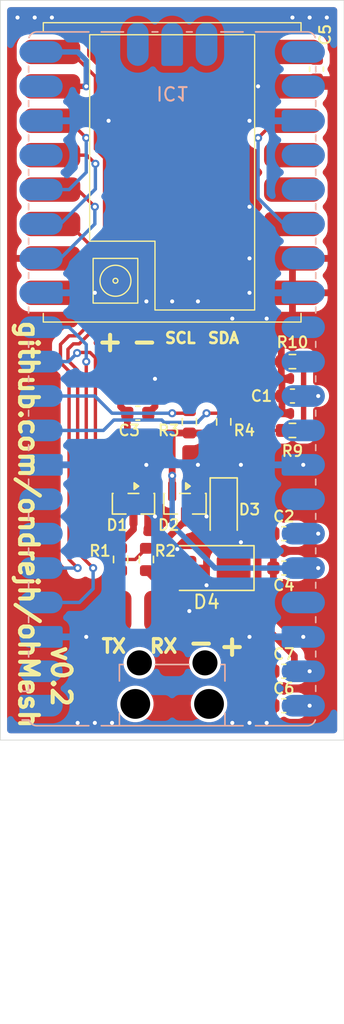
<source format=kicad_pcb>
(kicad_pcb (version 20241229) (generator "pcbnew") (generator_version "9.0")
  (layers (0 "F.Cu" signal) (2 "B.Cu" signal) (13 "F.Paste" user) (15 "B.Paste" user) (5 "F.SilkS" user "F.Silkscreen") (7 "B.SilkS" user "B.Silkscreen") (1 "F.Mask" user) (3 "B.Mask" user) (25 "Edge.Cuts" user))
  (net 0 "")
  (net 1 "GND")
  (net 2 "Net-(D3-A)")
  (net 4 "LORA_MOSI")
  (net 5 "Net-(IC1-ADC_VREF)")
  (net 6 "VSYS")
  (net 7 "LORA_BUSY")
  (net 9 "/ADC_VBAT")
  (net 10 "LORA_CS")
  (net 11 "LORA_DIO1")
  (net 12 "I2C_SCL")
  (net 16 "LORA_RESET")
  (net 22 "I2C_SDA")
  (net 23 "VBUS")
  (net 24 "LORA_SCK")
  (net 25 "+3.3V")
  (net 26 "LORA_MISO")
  (net 33 "SER_TXD")
  (net 35 "SER_RXD")
  (net 39 "Net-(J4-Pin_4)")
  (net 40 "Net-(J4-Pin_3)")
  (footprint "Resistor_SMD:R_0603_1608Metric" (layer "F.Cu") (at 77.47 104.775 -90)
    (property "Reference" "R3")
    (property "Value" "10k" (hide yes))
  )
  (footprint "Diode_SMD:D_SOD-123F" (layer "F.Cu") (at 80.01 111.125 -90)
    (property "Reference" "D3")
    (property "Value" "1N5819WS" (hide yes))
  )
  (footprint "Package_TO_SOT_SMD:SOT-23" (layer "F.Cu") (at 77.15 110.8225 -90)
    (property "Reference" "D2")
    (property "Value" "BAV99" (hide yes))
  )
  (footprint "myLibrary:solder_term_4" (layer "F.Cu") (at 76.2 101.6 90)
    (property "Reference" "J3" (hide yes))
    (property "Value" "Conn_01x04" (hide yes))
  )
  (footprint "Diode_SMD:D_SMA" (layer "F.Cu") (at 78.74 115.57 180)
    (property "Reference" "D4")
    (property "Value" "BZV55B5V6")
  )
  (footprint "Resistor_SMD:R_0603_1608Metric" (layer "F.Cu") (at 85.09 105.41 180)
    (property "Reference" "R9")
    (property "Value" "200k" (hide yes))
  )
  (footprint "Package_TO_SOT_SMD:SOT-23" (layer "F.Cu") (at 73.34 110.8225 -90)
    (property "Reference" "D1")
    (property "Value" "BAV99" (hide yes))
  )
  (footprint "myLibrary:solder_term_4" (layer "F.Cu") (at 76.2 118.745 -90)
    (property "Reference" "J4" (hide yes))
    (property "Value" "Conn_01x04" (hide yes))
  )
  (footprint "Capacitor_SMD:C_0603_1608Metric" (layer "F.Cu") (at 86.868 78.74 -90)
    (property "Reference" "C5")
    (property "Value" "100n")
  )
  (footprint "Resistor_SMD:R_0603_1608Metric" (layer "F.Cu") (at 72.39 114.935 90)
    (property "Reference" "R1")
    (property "Value" "100R" (hide yes))
  )
  (footprint "myLibrary:SX1262_Core" (layer "F.Cu") (at 76.2 86.36 180)
    (property "Reference" "IC2" (hide yes))
    (property "Value" "SX1262")
  )
  (footprint "Resistor_SMD:R_0603_1608Metric" (layer "F.Cu") (at 80.01 104.775 -90)
    (property "Reference" "R4")
    (property "Value" "10k" (hide yes))
  )
  (footprint "Resistor_SMD:R_0603_1608Metric" (layer "F.Cu") (at 74.295 114.935 90)
    (property "Reference" "R2")
    (property "Value" "100R" (hide yes))
  )
  (footprint "Capacitor_SMD:C_0603_1608Metric" (layer "F.Cu") (at 84.455 113.03)
    (property "Reference" "C2")
    (property "Value" "100n" (hide yes))
  )
  (footprint "Capacitor_SMD:C_0603_1608Metric" (layer "F.Cu") (at 73.66 104.14)
    (property "Reference" "C3")
    (property "Value" "100n" (hide yes))
  )
  (footprint "Capacitor_SMD:C_0603_1608Metric" (layer "F.Cu") (at 85.09 102.87 180)
    (property "Reference" "C1")
    (property "Value" "100n" (hide yes))
  )
  (footprint "Capacitor_SMD:C_0603_1608Metric" (layer "F.Cu") (at 84.455 115.57 180)
    (property "Reference" "C4")
    (property "Value" "100n" (hide yes))
  )
  (footprint "Resistor_SMD:R_0603_1608Metric" (layer "F.Cu") (at 85.09 100.33)
    (property "Reference" "R10")
    (property "Value" "100k" (hide yes))
  )
  (footprint "Capacitor_SMD:C_0603_1608Metric" (layer "F.Cu") (at 84.455 125.73 180)
    (property "Reference" "C6")
    (property "Value" "100n")
  )
  (footprint "Capacitor_SMD:C_0603_1608Metric" (layer "F.Cu") (at 84.455 123.19 180)
    (property "Reference" "C7")
    (property "Value" "100n")
  )
  (footprint "Module:RaspberryPi_Pico_SMD_HandSolder" (layer "B.Cu") (at 76.2 101.6)
    (property "Reference" "IC1")
    (property "Value" "RaspberryPi_Pico" (hide yes))
  )
  (gr_line (start 63.5 73.66) (end 88.9 73.66) (stroke (width 0.05)) (layer "Edge.Cuts"))
  (gr_line (start 63.5 128.27) (end 63.5 73.66) (stroke (width 0.05)) (layer "Edge.Cuts"))
  (gr_line (start 88.9 128.27) (end 63.5 128.27) (stroke (width 0.05)) (layer "Edge.Cuts"))
  (gr_line (start 88.9 73.66) (end 88.9 128.27) (stroke (width 0.05)) (layer "Edge.Cuts"))
  (gr_text "RX" (at 74.422 121.92 0) (layer "F.SilkS") (effects (font (size 1 1) (thickness 0.25) (bold yes)) (justify left bottom)))
  (gr_text "v0.2" (at 67.183 121.158 270) (layer "F.SilkS") (effects (font (size 1.4 1.4) (thickness 0.3) (bold yes)) (justify left bottom)))
  (gr_text "-" (at 77.216 121.92 0) (layer "F.SilkS") (effects (font (size 1.5 1.5) (thickness 0.3) (bold yes)) (justify left bottom)))
  (gr_text "SCL" (at 75.565 99.06 0) (layer "F.SilkS") (effects (font (size 0.8 0.8) (thickness 0.2) (bold yes)) (justify left bottom)))
  (gr_text "+" (at 70.485 99.695 0) (layer "F.SilkS") (effects (font (size 1.5 1.5) (thickness 0.3) (bold yes)) (justify left bottom)))
  (gr_text "SDA" (at 78.74 99.06 0) (layer "F.SilkS") (effects (font (size 0.8 0.8) (thickness 0.2) (bold yes)) (justify left bottom)))
  (gr_text "github.com/ondrejh/ohMesh" (at 64.77 97.155 270) (layer "F.SilkS") (effects (font (size 1.4 1.4) (thickness 0.3) (bold yes)) (justify left bottom)))
  (gr_text "TX" (at 70.866 121.92 0) (layer "F.SilkS") (effects (font (size 1 1) (thickness 0.25) (bold yes)) (justify left bottom)))
  (gr_text "-" (at 73.025 99.695 0) (layer "F.SilkS") (effects (font (size 1.5 1.5) (thickness 0.3) (bold yes)) (justify left bottom)))
  (gr_text "+" (at 79.502 122.174 0) (layer "F.SilkS") (effects (font (size 1.5 1.5) (thickness 0.3) (bold yes)) (justify left bottom)))
  (segment (start 85.585 79.515) (end 85.09 80.01) (width 0.25) (layer "F.Cu") (net 1))
  (segment (start 85.09 95.25) (end 81.915 95.25) (width 0.5) (layer "F.Cu") (net 1))
  (segment (start 88.149 74.93) (end 88.149 74.411) (width 0.5) (layer "F.Cu") (net 1))
  (segment (start 74.29 111.12) (end 74.93 111.76) (width 0.5) (layer "F.Cu") (net 1))
  (segment (start 78.1 111.12) (end 78.74 111.76) (width 0.5) (layer "F.Cu") (net 1))
  (segment (start 85.09 80.01) (end 82.55 80.01) (width 0.5) (layer "F.Cu") (net 1))
  (segment (start 74.29 109.885) (end 74.29 111.12) (width 0.5) (layer "F.Cu") (net 1))
  (segment (start 81.915 80.01) (end 81.915 82.55) (width 0.5) (layer "F.Cu") (net 1))
  (segment (start 85.09 92.71) (end 81.915 92.71) (width 0.5) (layer "F.Cu") (net 1))
  (segment (start 74.295 107.95) (end 74.29 107.955) (width 0.5) (layer "F.Cu") (net 1))
  (segment (start 78.1 109.885) (end 78.1 107.955) (width 0.5) (layer "F.Cu") (net 1))
  (segment (start 82.55 80.01) (end 81.915 80.01) (width 0.5) (layer "F.Cu") (net 1))
  (segment (start 87.63 74.93) (end 88.149 74.93) (width 0.25) (layer "F.Cu") (net 1))
  (segment (start 86.868 79.515) (end 85.585 79.515) (width 0.25) (layer "F.Cu") (net 1))
  (segment (start 74.93 101.6) (end 74.93 103.645) (width 0.5) (layer "F.Cu") (net 1))
  (segment (start 81.915 92.71) (end 81.915 95.25) (width 0.5) (layer "F.Cu") (net 1))
  (segment (start 70.485 93.98) (end 70.485 95.25) (width 0.5) (layer "F.Cu") (net 1))
  (segment (start 74.29 109.885) (end 74.29 107.955) (width 0.5) (layer "F.Cu") (net 1))
  (segment (start 67.31 92.71) (end 69.215 92.71) (width 0.5) (layer "F.Cu") (net 1))
  (segment (start 78.1 107.955) (end 78.105 107.95) (width 0.5) (layer "F.Cu") (net 1))
  (segment (start 69.215 92.71) (end 70.485 93.98) (width 0.5) (layer "F.Cu") (net 1))
  (segment (start 78.1 109.885) (end 78.1 111.12) (width 0.5) (layer "F.Cu") (net 1))
  (segment (start 74.93 103.645) (end 74.435 104.14) (width 0.5) (layer "F.Cu") (net 1))
  (segment (start 77.47 116.05) (end 76.99 115.57) (width 0.5) (layer "F.Cu") (net 1))
  (segment (start 77.47 118.745) (end 77.47 116.05) (width 0.5) (layer "F.Cu") (net 1))
  (segment (start 86.995 79.515) (end 85.585 79.515) (width 0.4) (layer "F.Cu") (net 1))
  (via (at 66.04 74.93) (size 0.6) (drill 0.3) (layers "F.Cu" "B.Cu") (net 1))
  (via (at 74.93 101.6) (size 0.6) (drill 0.3) (layers "F.Cu" "B.Cu") (net 1))
  (via (at 78.74 116.84) (size 0.6) (drill 0.3) (layers "F.Cu" "B.Cu") (net 1))
  (via (at 81.915 120.65) (size 0.6) (drill 0.3) (layers "F.Cu" "B.Cu") (net 1))
  (via (at 71.755 127) (size 0.6) (drill 0.3) (layers "F.Cu" "B.Cu") (net 1))
  (via (at 81.915 82.55) (size 0.6) (drill 0.3) (layers "F.Cu" "B.Cu") (net 1))
  (via (at 87.63 74.93) (size 0.6) (drill 0.3) (layers "F.Cu" "B.Cu") (net 1))
  (via (at 85.09 74.93) (size 0.6) (drill 0.3) (layers "F.Cu" "B.Cu") (net 1))
  (via (at 76.581 114.173) (size 0.6) (drill 0.3) (layers "F.Cu" "B.Cu") (net 1))
  (via (at 76.2 95.885) (size 0.6) (drill 0.3) (layers "F.Cu" "B.Cu") (net 1))
  (via (at 83.185 127) (size 0.6) (drill 0.3) (layers "F.Cu" "B.Cu") (net 1))
  (via (at 81.28 107.95) (size 0.6) (drill 0.3) (layers "F.Cu" "B.Cu") (net 1))
  (via (at 77.47 118.745) (size 0.6) (drill 0.3) (layers "F.Cu" "B.Cu") (net 1))
  (via (at 85.89 120.65) (size 0.6) (drill 0.3) (layers "F.Cu" "B.Cu") (net 1))
  (via (at 78.105 107.95) (size 0.6) (drill 0.3) (layers "F.Cu" "B.Cu") (net 1))
  (via (at 86.36 74.93) (size 0.6) (drill 0.3) (layers "F.Cu" "B.Cu") (net 1))
  (via (at 78.105 95.885) (size 0.6) (drill 0.3) (layers "F.Cu" "B.Cu") (net 1))
  (via (at 64.77 74.93) (size 0.6) (drill 0.3) (layers "F.Cu" "B.Cu") (net 1))
  (via (at 71.501 82.55) (size 0.6) (drill 0.3) (layers "F.Cu" "B.Cu") (net 1))
  (via (at 69.85 120.65) (size 0.6) (drill 0.3) (layers "F.Cu" "B.Cu") (net 1))
  (via (at 81.915 95.25) (size 0.6) (drill 0.3) (layers "F.Cu" "B.Cu") (net 1))
  (via (at 74.29 107.955) (size 0.6) (drill 0.3) (layers "F.Cu" "B.Cu") (net 1))
  (via (at 81.915 88.9) (size 0.6) (drill 0.3) (layers "F.Cu" "B.Cu") (net 1))
  (via (at 70.485 127) (size 0.6) (drill 0.3) (layers "F.Cu" "B.Cu") (net 1))
  (via (at 67.31 74.93) (size 0.6) (drill 0.3) (layers "F.Cu" "B.Cu") (net 1))
  (via (at 81.915 92.71) (size 0.6) (drill 0.3) (layers "F.Cu" "B.Cu") (net 1))
  (via (at 78.74 111.76) (size 0.6) (drill 0.3) (layers "F.Cu" "B.Cu") (net 1))
  (via (at 70.485 95.25) (size 0.6) (drill 0.3) (layers "F.Cu" "B.Cu") (net 1))
  (via (at 82.55 80.01) (size 0.6) (drill 0.3) (layers "F.Cu" "B.Cu") (net 1))
  (via (at 69.215 127) (size 0.6) (drill 0.3) (layers "F.Cu" "B.Cu") (net 1))
  (via (at 85.89 107.95) (size 0.6) (drill 0.3) (layers "F.Cu" "B.Cu") (net 1))
  (via (at 81.915 127) (size 0.6) (drill 0.3) (layers "F.Cu" "B.Cu") (net 1))
  (via (at 74.295 95.885) (size 0.6) (drill 0.3) (layers "F.Cu" "B.Cu") (net 1))
  (via (at 80.645 127) (size 0.6) (drill 0.3) (layers "F.Cu" "B.Cu") (net 1))
  (via (at 80.645 97.155) (size 0.6) (drill 0.3) (layers "F.Cu" "B.Cu") (net 1))
  (via (at 81.28 113.665) (size 0.6) (drill 0.3) (layers "F.Cu" "B.Cu") (net 1))
  (via (at 74.93 111.76) (size 0.6) (drill 0.3) (layers "F.Cu" "B.Cu") (net 1))
  (via (at 83.185 97.155) (size 0.6) (drill 0.3) (layers "F.Cu" "B.Cu") (net 1))
  (segment (start 81.28 107.95) (end 74.295 107.95) (width 0.5) (layer "B.Cu") (net 1))
  (segment (start 66.51 107.95) (end 74.285 107.95) (width 0.5) (layer "B.Cu") (net 1))
  (segment (start 85.89 107.95) (end 81.28 107.95) (width 0.5) (layer "B.Cu") (net 1))
  (segment (start 66.675 120.65) (end 69.85 120.65) (width 0.5) (layer "B.Cu") (net 1))
  (segment (start 66.51 120.65) (end 66.675 120.65) (width 0.5) (layer "B.Cu") (net 1))
  (segment (start 66.51 95.25) (end 70.485 95.25) (width 0.5) (layer "B.Cu") (net 1))
  (segment (start 74.295 107.95) (end 74.29 107.955) (width 0.5) (layer "B.Cu") (net 1))
  (segment (start 81.915 95.25) (end 85.89 95.25) (width 0.5) (layer "B.Cu") (net 1))
  (segment (start 70.485 95.25) (end 81.915 95.25) (width 0.5) (layer "B.Cu") (net 1))
  (segment (start 85.89 82.55) (end 81.915 82.55) (width 0.5) (layer "B.Cu") (net 1))
  (segment (start 74.285 107.95) (end 74.29 107.955) (width 0.5) (layer "B.Cu") (net 1))
  (segment (start 81.915 120.65) (end 85.89 120.65) (width 0.5) (layer "B.Cu") (net 1))
  (segment (start 69.85 120.65) (end 81.915 120.65) (width 0.5) (layer "B.Cu") (net 1))
  (segment (start 71.501 82.55) (end 66.51 82.55) (width 0.5) (layer "B.Cu") (net 1))
  (segment (start 81.915 82.55) (end 71.501 82.55) (width 0.5) (layer "B.Cu") (net 1))
  (segment (start 80.645 115.725) (end 80.49 115.57) (width 0.5) (layer "F.Cu") (net 2))
  (segment (start 80.01 118.745) (end 80.645 118.11) (width 0.5) (layer "F.Cu") (net 2))
  (segment (start 80.01 115.09) (end 80.49 115.57) (width 0.5) (layer "F.Cu") (net 2))
  (segment (start 80.645 118.11) (end 80.645 115.725) (width 0.5) (layer "F.Cu") (net 2))
  (segment (start 80.01 112.525) (end 80.01 115.09) (width 0.5) (layer "F.Cu") (net 2))
  (segment (start 67.31 85.09) (end 69.89 85.09) (width 0.25) (layer "F.Cu") (net 4))
  (segment (start 69.89 85.09) (end 70.525 85.725) (width 0.25) (layer "F.Cu") (net 4))
  (via (at 70.525 85.725) (size 0.6) (drill 0.3) (layers "F.Cu" "B.Cu") (net 4))
  (segment (start 70.525 85.725) (end 70.525 87.59) (width 0.25) (layer "B.Cu") (net 4))
  (segment (start 67.945 90.17) (end 66.51 90.17) (width 0.25) (layer "B.Cu") (net 4))
  (segment (start 70.525 87.59) (end 67.945 90.17) (width 0.25) (layer "B.Cu") (net 4))
  (segment (start 85.23 113.03) (end 86.995 113.03) (width 0.4) (layer "F.Cu") (net 5))
  (via (at 86.995 113.03) (size 0.6) (drill 0.3) (layers "F.Cu" "B.Cu") (net 5))
  (segment (start 85.89 113.03) (end 86.995 113.03) (width 0.4) (layer "B.Cu") (net 5))
  (segment (start 82.42 109.725) (end 80.01 109.725) (width 0.5) (layer "F.Cu") (net 6))
  (segment (start 82.55 119.38) (end 82.55 109.855) (width 0.5) (layer "F.Cu") (net 6))
  (segment (start 85.23 122.06) (end 82.55 119.38) (width 0.5) (layer "F.Cu") (net 6))
  (segment (start 82.55 109.855) (end 82.42 109.725) (width 0.5) (layer "F.Cu") (net 6))
  (segment (start 82.55 106.045) (end 82.55 109.855) (width 0.25) (layer "F.Cu") (net 6))
  (segment (start 85.23 123.19) (end 85.23 122.06) (width 0.5) (layer "F.Cu") (net 6))
  (segment (start 84.265 105.41) (end 83.185 105.41) (width 0.25) (layer "F.Cu") (net 6))
  (segment (start 83.185 105.41) (end 82.55 106.045) (width 0.25) (layer "F.Cu") (net 6))
  (segment (start 85.23 123.19) (end 86.36 123.19) (width 0.5) (layer "F.Cu") (net 6))
  (via (at 86.36 123.19) (size 0.6) (drill 0.3) (layers "F.Cu" "B.Cu") (net 6))
  (segment (start 85.89 123.19) (end 86.36 123.19) (width 0.4) (layer "B.Cu") (net 6))
  (segment (start 85.89 123.19) (end 86.995 123.19) (width 0.4) (layer "B.Cu") (net 6))
  (segment (start 69.215 114.427) (end 69.215 100.964999) (width 0.25) (layer "F.Cu") (net 7))
  (segment (start 71.201 92.082479) (end 71.201 85.298) (width 0.25) (layer "F.Cu") (net 7))
  (segment (start 68.894991 99.019) (end 69.329521 99.019) (width 0.25) (layer "F.Cu") (net 7))
  (segment (start 68.499 100.248999) (end 68.499 99.414991) (width 0.25) (layer "F.Cu") (net 7))
  (segment (start 71.662 92.543479) (end 71.201 92.082479) (width 0.25) (layer "F.Cu") (net 7))
  (segment (start 69.329521 99.019) (end 71.662 96.68652) (width 0.25) (layer "F.Cu") (net 7))
  (segment (start 70.526 84.623) (end 70.526 79.289) (width 0.25) (layer "F.Cu") (net 7))
  (segment (start 69.215 100.964999) (end 68.499 100.248999) (width 0.25) (layer "F.Cu") (net 7))
  (segment (start 70.358 115.57) (end 69.215 114.427) (width 0.25) (layer "F.Cu") (net 7))
  (segment (start 71.201 85.298) (end 70.526 84.623) (width 0.25) (layer "F.Cu") (net 7))
  (segment (start 71.662 96.68652) (end 71.662 92.543479) (width 0.25) (layer "F.Cu") (net 7))
  (segment (start 68.499 99.414991) (end 68.894991 99.019) (width 0.25) (layer "F.Cu") (net 7))
  (segment (start 70.526 79.289) (end 68.707 77.47) (width 0.25) (layer "F.Cu") (net 7))
  (segment (start 68.707 77.47) (end 67.31 77.47) (width 0.25) (layer "F.Cu") (net 7))
  (via (at 70.358 115.57) (size 0.6) (drill 0.3) (layers "F.Cu" "B.Cu") (net 7))
  (segment (start 66.51 118.11) (end 69.342 118.11) (width 0.25) (layer "B.Cu") (net 7))
  (segment (start 69.342 118.11) (end 70.358 117.094) (width 0.25) (layer "B.Cu") (net 7))
  (segment (start 70.358 117.094) (end 70.358 115.57) (width 0.25) (layer "B.Cu") (net 7))
  (segment (start 85.865 102.87) (end 86.995 102.87) (width 0.4) (layer "F.Cu") (net 9))
  (segment (start 85.915 105.41) (end 85.915 102.92) (width 0.4) (layer "F.Cu") (net 9))
  (segment (start 85.915 102.92) (end 85.865 102.87) (width 0.4) (layer "F.Cu") (net 9))
  (segment (start 85.915 102.82) (end 85.865 102.87) (width 0.4) (layer "F.Cu") (net 9))
  (segment (start 85.915 100.33) (end 85.915 102.82) (width 0.4) (layer "F.Cu") (net 9))
  (via (at 86.995 102.87) (size 0.6) (drill 0.3) (layers "F.Cu" "B.Cu") (net 9))
  (segment (start 85.89 102.87) (end 86.995 102.87) (width 0.4) (layer "B.Cu") (net 9))
  (segment (start 68.58 101.03852) (end 68.58 114.935) (width 0.25) (layer "F.Cu") (net 10))
  (segment (start 71.161 92.751) (end 71.161 96.479) (width 0.25) (layer "F.Cu") (net 10))
  (segment (start 67.945 100.40352) (end 68.58 101.03852) (width 0.25) (layer "F.Cu") (net 10))
  (segment (start 71.161 96.479) (end 69.215 98.425) (width 0.25) (layer "F.Cu") (net 10))
  (segment (start 69.215 98.425) (end 68.58 98.425) (width 0.25) (layer "F.Cu") (net 10))
  (segment (start 67.31 90.17) (end 68.58 90.17) (width 0.25) (layer "F.Cu") (net 10))
  (segment (start 68.58 90.17) (end 71.161 92.751) (width 0.25) (layer "F.Cu") (net 10))
  (segment (start 68.58 114.935) (end 69.215 115.57) (width 0.25) (layer "F.Cu") (net 10))
  (segment (start 68.58 98.425) (end 67.945 99.06) (width 0.25) (layer "F.Cu") (net 10))
  (segment (start 67.945 99.06) (end 67.945 100.40352) (width 0.25) (layer "F.Cu") (net 10))
  (via (at 69.215 115.57) (size 0.6) (drill 0.3) (layers "F.Cu" "B.Cu") (net 10))
  (segment (start 66.51 115.57) (end 69.215 115.57) (width 0.25) (layer "B.Cu") (net 10))
  (segment (start 83.185 83.185) (end 82.55 83.82) (width 0.25) (layer "F.Cu") (net 11))
  (segment (start 85.09 82.55) (end 83.82 82.55) (width 0.25) (layer "F.Cu") (net 11))
  (segment (start 83.82 82.55) (end 83.185 83.185) (width 0.25) (layer "F.Cu") (net 11))
  (via (at 82.55 83.82) (size 0.6) (drill 0.3) (layers "F.Cu" "B.Cu") (net 11))
  (segment (start 82.55 83.82) (end 82.55 88.265) (width 0.25) (layer "B.Cu") (net 11))
  (segment (start 82.55 88.265) (end 84.455 90.17) (width 0.25) (layer "B.Cu") (net 11))
  (segment (start 84.455 90.17) (end 85.89 90.17) (width 0.25) (layer "B.Cu") (net 11))
  (segment (start 77.47 101.6) (end 77.47 103.95) (width 0.25) (layer "F.Cu") (net 12))
  (segment (start 76.2 104.14) (end 77.28 104.14) (width 0.25) (layer "F.Cu") (net 12))
  (segment (start 77.28 104.14) (end 77.47 103.95) (width 0.25) (layer "F.Cu") (net 12))
  (via (at 76.2 104.14) (size 0.6) (drill 0.3) (layers "F.Cu" "B.Cu") (net 12))
  (segment (start 66.51 102.87) (end 70.485 102.87) (width 0.25) (layer "B.Cu") (net 12))
  (segment (start 71.755 104.14) (end 76.2 104.14) (width 0.25) (layer "B.Cu") (net 12))
  (segment (start 70.485 102.87) (end 71.755 104.14) (width 0.25) (layer "B.Cu") (net 12))
  (segment (start 67.31 80.01) (end 69.215 80.01) (width 0.4) (layer "F.Cu") (net 16))
  (segment (start 69.215 80.01) (end 69.85 80.01) (width 0.4) (layer "F.Cu") (net 16))
  (via (at 69.85 80.01) (size 0.6) (drill 0.3) (layers "F.Cu" "B.Cu") (net 16))
  (segment (start 69.85 78.105) (end 69.215 77.47) (width 0.4) (layer "B.Cu") (net 16))
  (segment (start 69.215 77.47) (end 66.51 77.47) (width 0.4) (layer "B.Cu") (net 16))
  (segment (start 69.85 80.01) (end 69.85 78.105) (width 0.4) (layer "B.Cu") (net 16))
  (segment (start 80.01 101.6) (end 80.01 103.95) (width 0.25) (layer "F.Cu") (net 22))
  (segment (start 78.74 104.14) (end 79.82 104.14) (width 0.25) (layer "F.Cu") (net 22))
  (segment (start 79.82 104.14) (end 80.01 103.95) (width 0.25) (layer "F.Cu") (net 22))
  (via (at 78.74 104.14) (size 0.6) (drill 0.3) (layers "F.Cu" "B.Cu") (net 22))
  (segment (start 71.12 105.41) (end 71.889 104.641) (width 0.25) (layer "B.Cu") (net 22))
  (segment (start 66.51 105.41) (end 71.12 105.41) (width 0.25) (layer "B.Cu") (net 22))
  (segment (start 75.431 104.641) (end 75.606 104.816) (width 0.25) (layer "B.Cu") (net 22))
  (segment (start 78.105 104.816) (end 78.105 104.775) (width 0.25) (layer "B.Cu") (net 22))
  (segment (start 75.606 104.816) (end 78.105 104.816) (width 0.25) (layer "B.Cu") (net 22))
  (segment (start 71.889 104.641) (end 75.431 104.641) (width 0.25) (layer "B.Cu") (net 22))
  (segment (start 78.105 104.775) (end 78.74 104.14) (width 0.25) (layer "B.Cu") (net 22))
  (segment (start 85.23 125.73) (end 86.36 125.73) (width 0.5) (layer "F.Cu") (net 23))
  (via (at 86.36 125.73) (size 0.6) (drill 0.3) (layers "F.Cu" "B.Cu") (net 23))
  (segment (start 85.89 125.73) (end 86.995 125.73) (width 0.4) (layer "B.Cu") (net 23))
  (segment (start 85.89 125.73) (end 86.36 125.73) (width 0.4) (layer "B.Cu") (net 23))
  (segment (start 67.31 87.63) (end 69.215 87.63) (width 0.25) (layer "F.Cu") (net 24))
  (segment (start 69.215 87.63) (end 70.485 88.9) (width 0.25) (layer "F.Cu") (net 24))
  (via (at 70.485 88.9) (size 0.6) (drill 0.3) (layers "F.Cu" "B.Cu") (net 24))
  (segment (start 67.945 92.71) (end 66.51 92.71) (width 0.25) (layer "B.Cu") (net 24))
  (segment (start 70.485 88.9) (end 70.485 90.17) (width 0.25) (layer "B.Cu") (net 24))
  (segment (start 70.485 90.17) (end 67.945 92.71) (width 0.25) (layer "B.Cu") (net 24))
  (segment (start 72.39 103.645) (end 72.885 104.14) (width 0.5) (layer "F.Cu") (net 25))
  (segment (start 86.995 77.965) (end 85.585 77.965) (width 0.4) (layer "F.Cu") (net 25))
  (segment (start 80.645 95.885) (end 80.645 79.815001) (width 0.5) (layer "F.Cu") (net 25))
  (segment (start 85.585 77.965) (end 85.09 77.47) (width 0.4) (layer "F.Cu") (net 25))
  (segment (start 73.025 105.6) (end 72.835 105.6) (width 0.5) (layer "F.Cu") (net 25))
  (segment (start 72.885 104.14) (end 72.885 105.46) (width 0.5) (layer "F.Cu") (net 25))
  (segment (start 72.39 101.6) (end 72.39 103.645) (width 0.5) (layer "F.Cu") (net 25))
  (segment (start 80.01 105.6) (end 81.915 103.695) (width 0.5) (layer "F.Cu") (net 25))
  (segment (start 72.885 105.46) (end 73.025 105.6) (width 0.5) (layer "F.Cu") (net 25))
  (segment (start 76.2 105.6) (end 73.025 105.6) (width 0.5) (layer "F.Cu") (net 25))
  (segment (start 80.645 79.815001) (end 82.990001 77.47) (width 0.5) (layer "F.Cu") (net 25))
  (segment (start 85.23 115.57) (end 86.995 115.57) (width 0.4) (layer "F.Cu") (net 25))
  (segment (start 77.47 105.6) (end 80.01 105.6) (width 0.5) (layer "F.Cu") (net 25))
  (segment (start 77.47 105.6) (end 76.2 105.6) (width 0.5) (layer "F.Cu") (net 25))
  (segment (start 72.835 105.6) (end 72.39 106.045) (width 0.5) (layer "F.Cu") (net 25))
  (segment (start 81.915 97.155) (end 80.645 95.885) (width 0.5) (layer "F.Cu") (net 25))
  (segment (start 76.2 109.885) (end 76.2 105.6) (width 0.5) (layer "F.Cu") (net 25))
  (segment (start 81.915 103.695) (end 81.915 97.155) (width 0.5) (layer "F.Cu") (net 25))
  (segment (start 82.990001 77.47) (end 85.09 77.47) (width 0.5) (layer "F.Cu") (net 25))
  (segment (start 72.39 106.045) (end 72.39 109.885) (width 0.5) (layer "F.Cu") (net 25))
  (via (at 76.2 108.75) (size 0.6) (drill 0.3) (layers "F.Cu" "B.Cu") (net 25))
  (via (at 86.995 115.57) (size 0.6) (drill 0.3) (layers "F.Cu" "B.Cu") (net 25))
  (segment (start 85.89 115.57) (end 79.375 115.57) (width 0.4) (layer "B.Cu") (net 25))
  (segment (start 76.2 112.395) (end 76.2 108.75) (width 0.4) (layer "B.Cu") (net 25))
  (segment (start 79.375 115.57) (end 76.2 112.395) (width 0.4) (layer "B.Cu") (net 25))
  (segment (start 85.89 115.57) (end 86.995 115.57) (width 0.4) (layer "B.Cu") (net 25))
  (segment (start 67.31 82.55) (end 68.58 82.55) (width 0.25) (layer "F.Cu") (net 26))
  (segment (start 68.58 82.55) (end 69.85 83.82) (width 0.25) (layer "F.Cu") (net 26))
  (via (at 69.85 83.82) (size 0.6) (drill 0.3) (layers "F.Cu" "B.Cu") (net 26))
  (segment (start 69.85 83.82) (end 69.85 86.36) (width 0.25) (layer "B.Cu") (net 26))
  (segment (start 69.85 86.36) (end 68.58 87.63) (width 0.25) (layer "B.Cu") (net 26))
  (segment (start 68.58 87.63) (end 66.51 87.63) (width 0.25) (layer "B.Cu") (net 26))
  (segment (start 70.526 100.049991) (end 70.526 113.071) (width 0.25) (layer "F.Cu") (net 33))
  (segment (start 70.526 113.071) (end 71.565 114.11) (width 0.25) (layer "F.Cu") (net 33))
  (segment (start 69.216 99.654) (end 70.130009 99.654) (width 0.25) (layer "F.Cu") (net 33))
  (segment (start 72.39 113.665) (end 73.34 112.715) (width 0.5) (layer "F.Cu") (net 33))
  (segment (start 70.130009 99.654) (end 70.526 100.049991) (width 0.25) (layer "F.Cu") (net 33))
  (segment (start 69.175 99.695) (end 69.216 99.654) (width 0.25) (layer "F.Cu") (net 33))
  (segment (start 73.34 112.715) (end 73.34 111.76) (width 0.5) (layer "F.Cu") (net 33))
  (segment (start 72.39 114.11) (end 72.39 113.665) (width 0.5) (layer "F.Cu") (net 33))
  (segment (start 71.565 114.11) (end 72.39 114.11) (width 0.25) (layer "F.Cu") (net 33))
  (via (at 69.175 99.695) (size 0.6) (drill 0.3) (layers "F.Cu" "B.Cu") (net 33))
  (segment (start 68.54 100.33) (end 69.175 99.695) (width 0.25) (layer "B.Cu") (net 33))
  (segment (start 66.51 100.33) (end 68.54 100.33) (width 0.25) (layer "B.Cu") (net 33))
  (segment (start 71.12 114.935) (end 73.47 114.935) (width 0.25) (layer "F.Cu") (net 35))
  (segment (start 75.12 114.11) (end 77.15 112.08) (width 0.5) (layer "F.Cu") (net 35))
  (segment (start 74.295 114.11) (end 75.12 114.11) (width 0.5) (layer "F.Cu") (net 35))
  (segment (start 69.85 100.33) (end 69.85 113.665) (width 0.25) (layer "F.Cu") (net 35))
  (segment (start 77.15 112.08) (end 77.15 111.76) (width 0.5) (layer "F.Cu") (net 35))
  (segment (start 69.85 113.665) (end 71.12 114.935) (width 0.25) (layer "F.Cu") (net 35))
  (segment (start 73.47 114.935) (end 74.295 114.11) (width 0.25) (layer "F.Cu") (net 35))
  (via (at 69.85 100.33) (size 0.6) (drill 0.3) (layers "F.Cu" "B.Cu") (net 35))
  (segment (start 69.85 100.33) (end 69.85 99.06) (width 0.25) (layer "B.Cu") (net 35))
  (segment (start 69.85 99.06) (end 68.58 97.79) (width 0.25) (layer "B.Cu") (net 35))
  (segment (start 68.58 97.79) (end 66.51 97.79) (width 0.25) (layer "B.Cu") (net 35))
  (segment (start 72.39 118.745) (end 72.39 115.76) (width 0.5) (layer "F.Cu") (net 39))
  (segment (start 74.93 118.745) (end 74.93 116.395) (width 0.5) (layer "F.Cu") (net 40))
  (segment (start 74.93 116.395) (end 74.295 115.76) (width 0.5) (layer "F.Cu") (net 40))
  (zone (net 1) (net_name "GND") (layers "F.Cu" "B.Cu") (connect_pads (clearance 0.5)) (min_thickness 0.5) (fill yes (thermal_gap 0.5) (thermal_bridge_width 0.5))
    (polygon (pts (xy 63.5 73.66) (xy 88.9 73.66) (xy 88.9 128.27) (xy 63.5 128.27)))
  )
)
</source>
